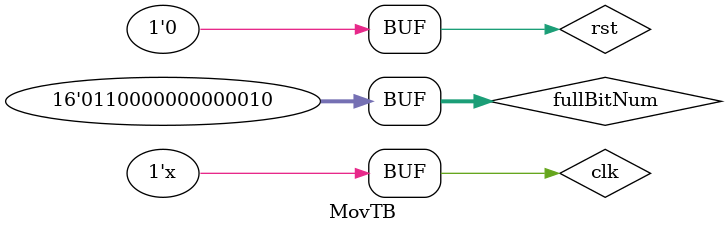
<source format=v>
`include "MOVfsm.v"
`timescale 1ns/10ps

module MovTB;
reg clk, rst;
reg [15:0] fullBitNum;

wire PC_inc, done, G0_in, G0_out, G1_in, G1_out, G2_in, G2_out, G3_in, G3_out, P0_in, P0_out; 

MOVfsm fsm(clk, rst, fullBitNum, PC_inc, done, G0_in, G0_out, G1_in, G1_out, G2_in, G2_out, G3_in, G3_out, P0_in, P0_out);

initial begin
    $dumpfile("MOVfsm.vcd");
    $dumpvars(0, MovTB);

    clk = 0;
    rst = 0;
    fullBitNum = 16'b0110000000000010;

    rst = 1; 
    #2 rst = 0;
end

always #10 clk =~ clk;
    
endmodule
</source>
